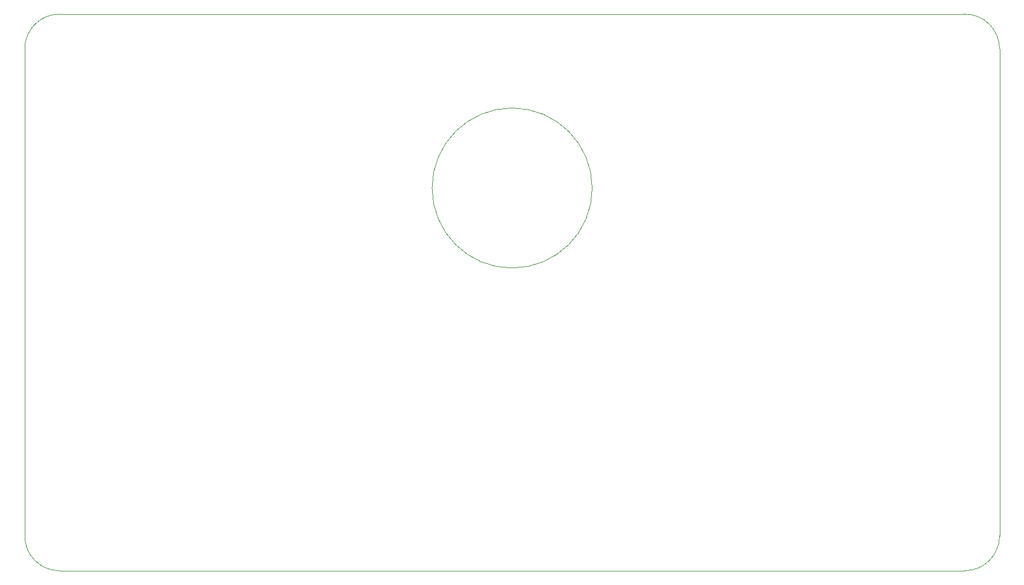
<source format=gko>
G04 Layer_Color=16711935*
%FSLAX44Y44*%
%MOMM*%
G71*
G01*
G75*
%ADD49C,0.1000*%
D49*
X815000Y550000D02*
G03*
X815000Y550000I-115000J0D01*
G01*
X50000Y800006D02*
G03*
X-6Y750000I0J-50006D01*
G01*
X1400006D02*
G03*
X1350000Y800006I-50006J0D01*
G01*
Y-6D02*
G03*
X1400006Y50000I0J50006D01*
G01*
X-6D02*
G03*
X50000Y-6I50006J0D01*
G01*
X0Y50000D02*
Y750000D01*
X50000Y800000D02*
X1350000D01*
X1400000Y50000D02*
Y750000D01*
X50000Y0D02*
X1350000D01*
M02*

</source>
